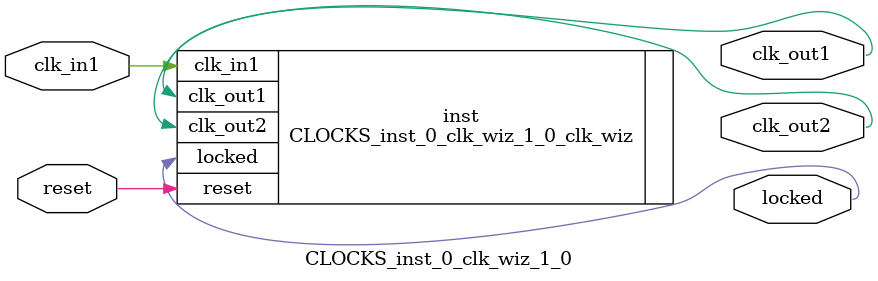
<source format=v>


`timescale 1ps/1ps

(* CORE_GENERATION_INFO = "CLOCKS_inst_0_clk_wiz_1_0,clk_wiz_v6_0_9_0_0,{component_name=CLOCKS_inst_0_clk_wiz_1_0,use_phase_alignment=true,use_min_o_jitter=false,use_max_i_jitter=false,use_dyn_phase_shift=false,use_inclk_switchover=false,use_dyn_reconfig=false,enable_axi=0,feedback_source=FDBK_AUTO,PRIMITIVE=MMCM,num_out_clk=2,clkin1_period=27.778,clkin2_period=10.0,use_power_down=false,use_reset=true,use_locked=true,use_inclk_stopped=false,feedback_type=SINGLE,CLOCK_MGR_TYPE=NA,manual_override=false}" *)

module CLOCKS_inst_0_clk_wiz_1_0 
 (
  // Clock out ports
  output        clk_out1,
  output        clk_out2,
  // Status and control signals
  input         reset,
  output        locked,
 // Clock in ports
  input         clk_in1
 );

  CLOCKS_inst_0_clk_wiz_1_0_clk_wiz inst
  (
  // Clock out ports  
  .clk_out1(clk_out1),
  .clk_out2(clk_out2),
  // Status and control signals               
  .reset(reset), 
  .locked(locked),
 // Clock in ports
  .clk_in1(clk_in1)
  );

endmodule

</source>
